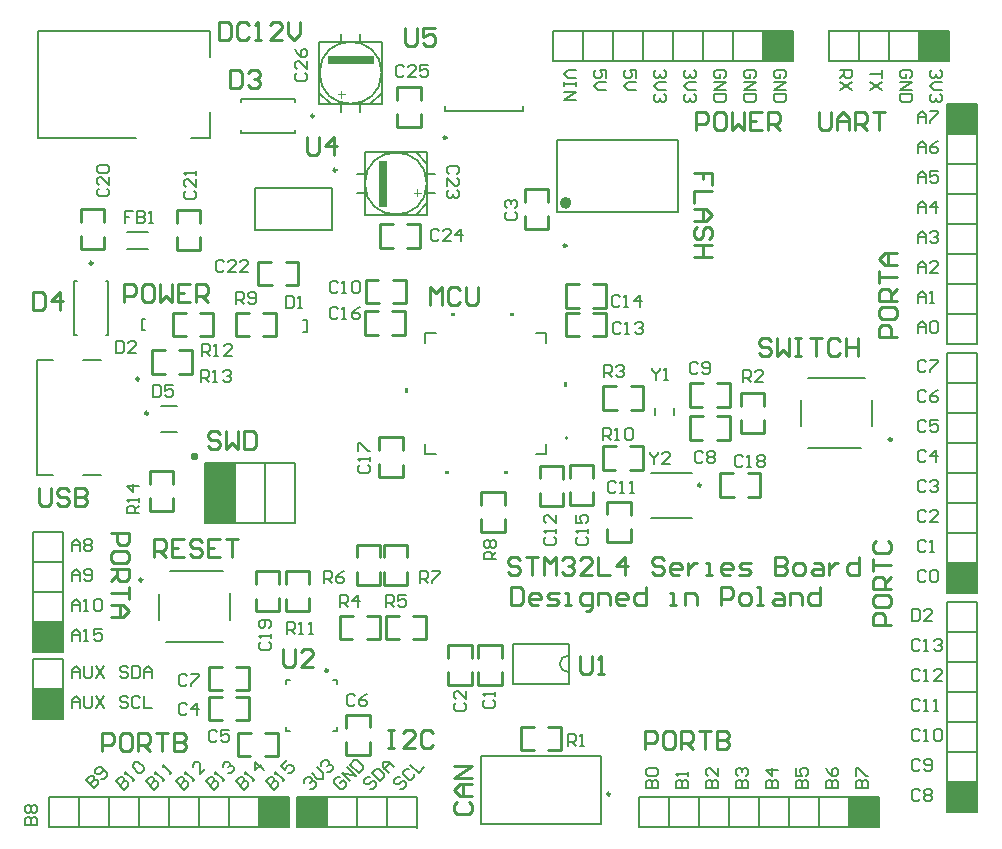
<source format=gto>
G04*
G04 #@! TF.GenerationSoftware,Altium Limited,Altium Designer,23.6.0 (18)*
G04*
G04 Layer_Color=65535*
%FSLAX25Y25*%
%MOIN*%
G70*
G04*
G04 #@! TF.SameCoordinates,CC12AEB3-2111-4EF4-9384-BB861815B030*
G04*
G04*
G04 #@! TF.FilePolarity,Positive*
G04*
G01*
G75*
%ADD10C,0.00600*%
%ADD11C,0.00500*%
%ADD12C,0.00984*%
%ADD13C,0.01968*%
%ADD14C,0.01200*%
%ADD15C,0.01000*%
%ADD16C,0.00800*%
%ADD17C,0.00787*%
%ADD18C,0.00400*%
%ADD19R,0.09962X0.10000*%
%ADD20R,0.10000X0.09962*%
%ADD21R,0.09962X0.10000*%
%ADD22R,0.15748X0.03150*%
%ADD23R,0.03150X0.15748*%
%ADD24R,0.09962X0.10000*%
%ADD25R,0.09962X0.10000*%
G36*
X317955Y297512D02*
X319455D01*
Y296512D01*
X317955D01*
Y297512D01*
D02*
G37*
G36*
X305512Y323734D02*
X304512D01*
Y325234D01*
X305512D01*
Y323734D01*
D02*
G37*
G36*
X319923Y349488D02*
X321423D01*
Y350488D01*
X319923D01*
Y349488D01*
D02*
G37*
G36*
X337640Y297512D02*
X339140D01*
Y296512D01*
X337640D01*
Y297512D01*
D02*
G37*
G36*
X357488Y325703D02*
X358488D01*
Y327203D01*
X357488D01*
Y325703D01*
D02*
G37*
G36*
X339608Y349488D02*
X341108D01*
Y350488D01*
X339608D01*
Y349488D01*
D02*
G37*
D10*
X358772Y308736D02*
G03*
X358772Y308736I-300J0D01*
G01*
X311300Y303300D02*
Y306829D01*
Y343700D02*
X314829D01*
X351700Y340171D02*
Y343700D01*
Y303300D02*
Y306829D01*
X311300Y303300D02*
X314829D01*
X311300Y340171D02*
Y343700D01*
X348171D02*
X351700D01*
X348171Y303300D02*
X351700D01*
X478266Y283932D02*
X477599Y284599D01*
X476266D01*
X475600Y283932D01*
Y281266D01*
X476266Y280600D01*
X477599D01*
X478266Y281266D01*
X482265Y280600D02*
X479599D01*
X482265Y283266D01*
Y283932D01*
X481598Y284599D01*
X480265D01*
X479599Y283932D01*
X475600Y343600D02*
Y346266D01*
X476933Y347599D01*
X478266Y346266D01*
Y343600D01*
Y345599D01*
X475600D01*
X479599Y346932D02*
X480265Y347599D01*
X481598D01*
X482265Y346932D01*
Y344266D01*
X481598Y343600D01*
X480265D01*
X479599Y344266D01*
Y346932D01*
X476266Y210932D02*
X475599Y211599D01*
X474266D01*
X473600Y210932D01*
Y208266D01*
X474266Y207600D01*
X475599D01*
X476266Y208266D01*
X477599Y207600D02*
X478932D01*
X478265D01*
Y211599D01*
X477599Y210932D01*
X480931D02*
X481597Y211599D01*
X482930D01*
X483597Y210932D01*
Y208266D01*
X482930Y207600D01*
X481597D01*
X480931Y208266D01*
Y210932D01*
X476266Y240932D02*
X475599Y241599D01*
X474266D01*
X473600Y240932D01*
Y238266D01*
X474266Y237600D01*
X475599D01*
X476266Y238266D01*
X477599Y237600D02*
X478932D01*
X478265D01*
Y241599D01*
X477599Y240932D01*
X480931D02*
X481597Y241599D01*
X482930D01*
X483597Y240932D01*
Y240266D01*
X482930Y239599D01*
X482264D01*
X482930D01*
X483597Y238933D01*
Y238266D01*
X482930Y237600D01*
X481597D01*
X480931Y238266D01*
X478266Y273932D02*
X477599Y274599D01*
X476266D01*
X475600Y273932D01*
Y271266D01*
X476266Y270600D01*
X477599D01*
X478266Y271266D01*
X479599Y270600D02*
X480932D01*
X480265D01*
Y274599D01*
X479599Y273932D01*
X476266Y220932D02*
X475599Y221599D01*
X474266D01*
X473600Y220932D01*
Y218266D01*
X474266Y217600D01*
X475599D01*
X476266Y218266D01*
X477599Y217600D02*
X478932D01*
X478265D01*
Y221599D01*
X477599Y220932D01*
X480931Y217600D02*
X482264D01*
X481597D01*
Y221599D01*
X480931Y220932D01*
X475600Y413600D02*
Y416266D01*
X476933Y417599D01*
X478266Y416266D01*
Y413600D01*
Y415599D01*
X475600D01*
X479599Y417599D02*
X482265D01*
Y416932D01*
X479599Y414266D01*
Y413600D01*
X476266Y230932D02*
X475599Y231599D01*
X474266D01*
X473600Y230932D01*
Y228266D01*
X474266Y227600D01*
X475599D01*
X476266Y228266D01*
X477599Y227600D02*
X478932D01*
X478265D01*
Y231599D01*
X477599Y230932D01*
X483597Y227600D02*
X480931D01*
X483597Y230266D01*
Y230932D01*
X482930Y231599D01*
X481597D01*
X480931Y230932D01*
X473600Y251599D02*
Y247600D01*
X475599D01*
X476266Y248266D01*
Y250932D01*
X475599Y251599D01*
X473600D01*
X480265Y247600D02*
X477599D01*
X480265Y250266D01*
Y250932D01*
X479598Y251599D01*
X478265D01*
X477599Y250932D01*
X475600Y403600D02*
Y406266D01*
X476933Y407599D01*
X478266Y406266D01*
Y403600D01*
Y405599D01*
X475600D01*
X482265Y407599D02*
X480932Y406932D01*
X479599Y405599D01*
Y404266D01*
X480265Y403600D01*
X481598D01*
X482265Y404266D01*
Y404933D01*
X481598Y405599D01*
X479599D01*
X478266Y303932D02*
X477599Y304599D01*
X476266D01*
X475600Y303932D01*
Y301266D01*
X476266Y300600D01*
X477599D01*
X478266Y301266D01*
X481598Y300600D02*
Y304599D01*
X479599Y302599D01*
X482265D01*
X475600Y353600D02*
Y356266D01*
X476933Y357599D01*
X478266Y356266D01*
Y353600D01*
Y355599D01*
X475600D01*
X479599Y353600D02*
X480932D01*
X480265D01*
Y357599D01*
X479599Y356932D01*
X478266Y293932D02*
X477599Y294599D01*
X476266D01*
X475600Y293932D01*
Y291266D01*
X476266Y290600D01*
X477599D01*
X478266Y291266D01*
X479599Y293932D02*
X480265Y294599D01*
X481598D01*
X482265Y293932D01*
Y293266D01*
X481598Y292599D01*
X480932D01*
X481598D01*
X482265Y291933D01*
Y291266D01*
X481598Y290600D01*
X480265D01*
X479599Y291266D01*
X476266Y200932D02*
X475599Y201599D01*
X474266D01*
X473600Y200932D01*
Y198266D01*
X474266Y197600D01*
X475599D01*
X476266Y198266D01*
X477599D02*
X478265Y197600D01*
X479598D01*
X480265Y198266D01*
Y200932D01*
X479598Y201599D01*
X478265D01*
X477599Y200932D01*
Y200266D01*
X478265Y199599D01*
X480265D01*
X475600Y393600D02*
Y396266D01*
X476933Y397599D01*
X478266Y396266D01*
Y393600D01*
Y395599D01*
X475600D01*
X482265Y397599D02*
X479599D01*
Y395599D01*
X480932Y396266D01*
X481598D01*
X482265Y395599D01*
Y394266D01*
X481598Y393600D01*
X480265D01*
X479599Y394266D01*
X478266Y263932D02*
X477599Y264599D01*
X476266D01*
X475600Y263932D01*
Y261266D01*
X476266Y260600D01*
X477599D01*
X478266Y261266D01*
X479599Y263932D02*
X480265Y264599D01*
X481598D01*
X482265Y263932D01*
Y261266D01*
X481598Y260600D01*
X480265D01*
X479599Y261266D01*
Y263932D01*
X475600Y383600D02*
Y386266D01*
X476933Y387599D01*
X478266Y386266D01*
Y383600D01*
Y385599D01*
X475600D01*
X481598Y383600D02*
Y387599D01*
X479599Y385599D01*
X482265D01*
X475600Y373600D02*
Y376266D01*
X476933Y377599D01*
X478266Y376266D01*
Y373600D01*
Y375599D01*
X475600D01*
X479599Y376932D02*
X480265Y377599D01*
X481598D01*
X482265Y376932D01*
Y376266D01*
X481598Y375599D01*
X480932D01*
X481598D01*
X482265Y374933D01*
Y374266D01*
X481598Y373600D01*
X480265D01*
X479599Y374266D01*
X475600Y363600D02*
Y366266D01*
X476933Y367599D01*
X478266Y366266D01*
Y363600D01*
Y365599D01*
X475600D01*
X482265Y363600D02*
X479599D01*
X482265Y366266D01*
Y366932D01*
X481598Y367599D01*
X480265D01*
X479599Y366932D01*
X478266Y333932D02*
X477599Y334599D01*
X476266D01*
X475600Y333932D01*
Y331266D01*
X476266Y330600D01*
X477599D01*
X478266Y331266D01*
X479599Y334599D02*
X482265D01*
Y333932D01*
X479599Y331266D01*
Y330600D01*
X476266Y190932D02*
X475599Y191599D01*
X474266D01*
X473600Y190932D01*
Y188267D01*
X474266Y187600D01*
X475599D01*
X476266Y188267D01*
X477599Y190932D02*
X478265Y191599D01*
X479598D01*
X480265Y190932D01*
Y190266D01*
X479598Y189599D01*
X480265Y188933D01*
Y188267D01*
X479598Y187600D01*
X478265D01*
X477599Y188267D01*
Y188933D01*
X478265Y189599D01*
X477599Y190266D01*
Y190932D01*
X478265Y189599D02*
X479598D01*
X478266Y323932D02*
X477599Y324599D01*
X476266D01*
X475600Y323932D01*
Y321266D01*
X476266Y320600D01*
X477599D01*
X478266Y321266D01*
X482265Y324599D02*
X480932Y323932D01*
X479599Y322599D01*
Y321266D01*
X480265Y320600D01*
X481598D01*
X482265Y321266D01*
Y321933D01*
X481598Y322599D01*
X479599D01*
X478266Y313932D02*
X477599Y314599D01*
X476266D01*
X475600Y313932D01*
Y311266D01*
X476266Y310600D01*
X477599D01*
X478266Y311266D01*
X482265Y314599D02*
X479599D01*
Y312599D01*
X480932Y313266D01*
X481598D01*
X482265Y312599D01*
Y311266D01*
X481598Y310600D01*
X480265D01*
X479599Y311266D01*
X177901Y179600D02*
X181900D01*
Y181599D01*
X181234Y182266D01*
X180567D01*
X179901Y181599D01*
Y179600D01*
Y181599D01*
X179234Y182266D01*
X178568D01*
X177901Y181599D01*
Y179600D01*
X178568Y183599D02*
X177901Y184265D01*
Y185598D01*
X178568Y186265D01*
X179234D01*
X179901Y185598D01*
X180567Y186265D01*
X181234D01*
X181900Y185598D01*
Y184265D01*
X181234Y183599D01*
X180567D01*
X179901Y184265D01*
X179234Y183599D01*
X178568D01*
X179901Y184265D02*
Y185598D01*
X248172Y194176D02*
X251000Y191349D01*
X252414Y192762D01*
Y193705D01*
X251942Y194176D01*
X251000D01*
X249586Y192762D01*
X251000Y194176D01*
Y195118D01*
X250529Y195590D01*
X249586D01*
X248172Y194176D01*
X253828D02*
X254770Y195119D01*
X254299Y194647D01*
X251471Y197475D01*
Y196532D01*
X257597Y197946D02*
X254770Y200774D01*
Y197946D01*
X256655Y199831D01*
X258172Y194176D02*
X261000Y191349D01*
X262414Y192762D01*
Y193705D01*
X261943Y194176D01*
X261000D01*
X259586Y192762D01*
X261000Y194176D01*
Y195118D01*
X260529Y195590D01*
X259586D01*
X258172Y194176D01*
X263827D02*
X264770Y195119D01*
X264299Y194647D01*
X261471Y197475D01*
Y196532D01*
X265241Y201245D02*
X263356Y199360D01*
X264770Y197946D01*
X265241Y199360D01*
X265712Y199831D01*
X266655D01*
X267598Y198889D01*
Y197946D01*
X266655Y197004D01*
X265712D01*
X303029Y195590D02*
X302086D01*
X301144Y194647D01*
Y193705D01*
X301615Y193234D01*
X302557D01*
X303500Y194176D01*
X304443D01*
X304914Y193705D01*
Y192762D01*
X303971Y191820D01*
X303029D01*
X305856Y198417D02*
X304914D01*
X303971Y197475D01*
Y196532D01*
X305856Y194647D01*
X306799D01*
X307741Y195590D01*
Y196532D01*
X306328Y199831D02*
X309155Y197004D01*
X311040Y198889D01*
X293029Y195590D02*
X292086D01*
X291144Y194647D01*
Y193705D01*
X291615Y193234D01*
X292558D01*
X293500Y194176D01*
X294443D01*
X294914Y193705D01*
Y192762D01*
X293971Y191820D01*
X293029D01*
X293500Y197004D02*
X296327Y194176D01*
X297741Y195590D01*
Y196532D01*
X295856Y198417D01*
X294914D01*
X293500Y197004D01*
X299155D02*
X297270Y198889D01*
Y200774D01*
X299155Y200774D01*
X301040Y198889D01*
X299626Y200302D01*
X297741Y198417D01*
X283029Y195590D02*
X282086D01*
X281144Y194647D01*
Y193705D01*
X283029Y191820D01*
X283971D01*
X284914Y192762D01*
Y193705D01*
X283971Y194647D01*
X283029Y193705D01*
X286328Y194176D02*
X283500Y197004D01*
X288212Y196061D01*
X285385Y198889D01*
X286328Y199831D02*
X289155Y197004D01*
X290569Y198417D01*
Y199360D01*
X288684Y201245D01*
X287741D01*
X286328Y199831D01*
X271144Y193705D02*
Y194647D01*
X272086Y195590D01*
X273029D01*
X273500Y195119D01*
Y194176D01*
X273029Y193705D01*
X273500Y194176D01*
X274443D01*
X274914Y193705D01*
Y192762D01*
X273971Y191820D01*
X273029D01*
X273500Y197004D02*
X275385Y195119D01*
X277270D01*
Y197004D01*
X275385Y198889D01*
X276799Y199360D02*
Y200302D01*
X277741Y201245D01*
X278684D01*
X279155Y200774D01*
Y199831D01*
X278684Y199360D01*
X279155Y199831D01*
X280098D01*
X280569Y199360D01*
Y198417D01*
X279626Y197475D01*
X278684D01*
X238173Y194176D02*
X241000Y191349D01*
X242414Y192762D01*
Y193705D01*
X241943Y194176D01*
X241000D01*
X239586Y192762D01*
X241000Y194176D01*
Y195118D01*
X240529Y195590D01*
X239586D01*
X238173Y194176D01*
X243828D02*
X244770Y195119D01*
X244299Y194647D01*
X241471Y197475D01*
Y196532D01*
X243828Y198889D02*
Y199831D01*
X244770Y200774D01*
X245712D01*
X246184Y200302D01*
Y199360D01*
X245712Y198889D01*
X246184Y199360D01*
X247126D01*
X247598Y198889D01*
Y197946D01*
X246655Y197004D01*
X245712D01*
X228172Y194176D02*
X231000Y191349D01*
X232414Y192762D01*
Y193705D01*
X231943Y194176D01*
X231000D01*
X229586Y192762D01*
X231000Y194176D01*
Y195118D01*
X230529Y195590D01*
X229586D01*
X228172Y194176D01*
X233827D02*
X234770Y195119D01*
X234299Y194647D01*
X231471Y197475D01*
Y196532D01*
X238069Y198417D02*
X236184Y196532D01*
Y200302D01*
X235713Y200774D01*
X234770D01*
X233827Y199831D01*
Y198889D01*
X218173Y194176D02*
X221000Y191349D01*
X222414Y192762D01*
Y193705D01*
X221942Y194176D01*
X221000D01*
X219586Y192762D01*
X221000Y194176D01*
Y195118D01*
X220529Y195590D01*
X219586D01*
X218173Y194176D01*
X223828D02*
X224770Y195119D01*
X224299Y194647D01*
X221471Y197475D01*
Y196532D01*
X226184D02*
X227126Y197475D01*
X226655Y197004D01*
X223828Y199831D01*
Y198889D01*
X208172Y194176D02*
X211000Y191349D01*
X212414Y192762D01*
Y193705D01*
X211943Y194176D01*
X211000D01*
X209586Y192762D01*
X211000Y194176D01*
Y195118D01*
X210529Y195590D01*
X209586D01*
X208172Y194176D01*
X213827D02*
X214770Y195119D01*
X214299Y194647D01*
X211471Y197475D01*
Y196532D01*
X213827Y198889D02*
Y199831D01*
X214770Y200774D01*
X215712D01*
X217598Y198889D01*
Y197946D01*
X216655Y197004D01*
X215712D01*
X213827Y198889D01*
X198172Y194676D02*
X201000Y191849D01*
X202414Y193262D01*
Y194205D01*
X201942Y194676D01*
X201000D01*
X199586Y193262D01*
X201000Y194676D01*
Y195618D01*
X200529Y196090D01*
X199586D01*
X198172Y194676D01*
X203356Y195147D02*
X204299D01*
X205241Y196090D01*
Y197032D01*
X203356Y198917D01*
X202414D01*
X201471Y197975D01*
Y197032D01*
X201942Y196561D01*
X202885D01*
X204299Y197975D01*
X193600Y218600D02*
Y221266D01*
X194933Y222599D01*
X196266Y221266D01*
Y218600D01*
Y220599D01*
X193600D01*
X197599Y222599D02*
Y219266D01*
X198265Y218600D01*
X199598D01*
X200264Y219266D01*
Y222599D01*
X201597D02*
X204263Y218600D01*
Y222599D02*
X201597Y218600D01*
X212261Y221932D02*
X211594Y222599D01*
X210261D01*
X209595Y221932D01*
Y221266D01*
X210261Y220599D01*
X211594D01*
X212261Y219933D01*
Y219266D01*
X211594Y218600D01*
X210261D01*
X209595Y219266D01*
X216259Y221932D02*
X215593Y222599D01*
X214260D01*
X213593Y221932D01*
Y219266D01*
X214260Y218600D01*
X215593D01*
X216259Y219266D01*
X217592Y222599D02*
Y218600D01*
X220258D01*
X193600Y228600D02*
Y231266D01*
X194933Y232599D01*
X196266Y231266D01*
Y228600D01*
Y230599D01*
X193600D01*
X197599Y232599D02*
Y229266D01*
X198265Y228600D01*
X199598D01*
X200264Y229266D01*
Y232599D01*
X201597D02*
X204263Y228600D01*
Y232599D02*
X201597Y228600D01*
X212261Y231932D02*
X211594Y232599D01*
X210261D01*
X209595Y231932D01*
Y231266D01*
X210261Y230599D01*
X211594D01*
X212261Y229933D01*
Y229266D01*
X211594Y228600D01*
X210261D01*
X209595Y229266D01*
X213593Y232599D02*
Y228600D01*
X215593D01*
X216259Y229266D01*
Y231932D01*
X215593Y232599D01*
X213593D01*
X217592Y228600D02*
Y231266D01*
X218925Y232599D01*
X220258Y231266D01*
Y228600D01*
Y230599D01*
X217592D01*
X193600Y241100D02*
Y243766D01*
X194933Y245099D01*
X196266Y243766D01*
Y241100D01*
Y243099D01*
X193600D01*
X197599Y241100D02*
X198932D01*
X198265D01*
Y245099D01*
X197599Y244432D01*
X203597Y245099D02*
X200931D01*
Y243099D01*
X202264Y243766D01*
X202930D01*
X203597Y243099D01*
Y241766D01*
X202930Y241100D01*
X201597D01*
X200931Y241766D01*
X193600Y251100D02*
Y253766D01*
X194933Y255099D01*
X196266Y253766D01*
Y251100D01*
Y253099D01*
X193600D01*
X197599Y251100D02*
X198932D01*
X198265D01*
Y255099D01*
X197599Y254432D01*
X200931D02*
X201597Y255099D01*
X202930D01*
X203597Y254432D01*
Y251766D01*
X202930Y251100D01*
X201597D01*
X200931Y251766D01*
Y254432D01*
X193600Y261100D02*
Y263766D01*
X194933Y265099D01*
X196266Y263766D01*
Y261100D01*
Y263099D01*
X193600D01*
X197599Y261766D02*
X198265Y261100D01*
X199598D01*
X200264Y261766D01*
Y264432D01*
X199598Y265099D01*
X198265D01*
X197599Y264432D01*
Y263766D01*
X198265Y263099D01*
X200264D01*
X193600Y271100D02*
Y273766D01*
X194933Y275099D01*
X196266Y273766D01*
Y271100D01*
Y273099D01*
X193600D01*
X197599Y274432D02*
X198265Y275099D01*
X199598D01*
X200264Y274432D01*
Y273766D01*
X199598Y273099D01*
X200264Y272433D01*
Y271766D01*
X199598Y271100D01*
X198265D01*
X197599Y271766D01*
Y272433D01*
X198265Y273099D01*
X197599Y273766D01*
Y274432D01*
X198265Y273099D02*
X199598D01*
X454901Y192009D02*
X458900D01*
Y194009D01*
X458234Y194675D01*
X457567D01*
X456901Y194009D01*
Y192009D01*
Y194009D01*
X456234Y194675D01*
X455568D01*
X454901Y194009D01*
Y192009D01*
Y196008D02*
Y198674D01*
X455568D01*
X458234Y196008D01*
X458900D01*
X444901Y192009D02*
X448900D01*
Y194009D01*
X448234Y194675D01*
X447567D01*
X446901Y194009D01*
Y192009D01*
Y194009D01*
X446234Y194675D01*
X445568D01*
X444901Y194009D01*
Y192009D01*
Y198674D02*
X445568Y197341D01*
X446901Y196008D01*
X448234D01*
X448900Y196675D01*
Y198007D01*
X448234Y198674D01*
X447567D01*
X446901Y198007D01*
Y196008D01*
X434901Y192009D02*
X438900D01*
Y194009D01*
X438234Y194675D01*
X437567D01*
X436901Y194009D01*
Y192009D01*
Y194009D01*
X436234Y194675D01*
X435568D01*
X434901Y194009D01*
Y192009D01*
Y198674D02*
Y196008D01*
X436901D01*
X436234Y197341D01*
Y198007D01*
X436901Y198674D01*
X438234D01*
X438900Y198007D01*
Y196675D01*
X438234Y196008D01*
X424901Y192009D02*
X428900D01*
Y194009D01*
X428234Y194675D01*
X427567D01*
X426901Y194009D01*
Y192009D01*
Y194009D01*
X426234Y194675D01*
X425568D01*
X424901Y194009D01*
Y192009D01*
X428900Y198007D02*
X424901D01*
X426901Y196008D01*
Y198674D01*
X414901Y192009D02*
X418900D01*
Y194009D01*
X418234Y194675D01*
X417567D01*
X416901Y194009D01*
Y192009D01*
Y194009D01*
X416234Y194675D01*
X415568D01*
X414901Y194009D01*
Y192009D01*
X415568Y196008D02*
X414901Y196675D01*
Y198007D01*
X415568Y198674D01*
X416234D01*
X416901Y198007D01*
Y197341D01*
Y198007D01*
X417567Y198674D01*
X418234D01*
X418900Y198007D01*
Y196675D01*
X418234Y196008D01*
X404901Y192009D02*
X408900D01*
Y194009D01*
X408234Y194675D01*
X407567D01*
X406901Y194009D01*
Y192009D01*
Y194009D01*
X406234Y194675D01*
X405568D01*
X404901Y194009D01*
Y192009D01*
X408900Y198674D02*
Y196008D01*
X406234Y198674D01*
X405568D01*
X404901Y198007D01*
Y196675D01*
X405568Y196008D01*
X394901Y192009D02*
X398900D01*
Y194009D01*
X398234Y194675D01*
X397567D01*
X396901Y194009D01*
Y192009D01*
Y194009D01*
X396234Y194675D01*
X395568D01*
X394901Y194009D01*
Y192009D01*
X398900Y196008D02*
Y197341D01*
Y196675D01*
X394901D01*
X395568Y196008D01*
X384901Y192009D02*
X388900D01*
Y194009D01*
X388234Y194675D01*
X387567D01*
X386901Y194009D01*
Y192009D01*
Y194009D01*
X386234Y194675D01*
X385568D01*
X384901Y194009D01*
Y192009D01*
X385568Y196008D02*
X384901Y196675D01*
Y198007D01*
X385568Y198674D01*
X388234D01*
X388900Y198007D01*
Y196675D01*
X388234Y196008D01*
X385568D01*
X449600Y431400D02*
X453599D01*
Y429401D01*
X452932Y428734D01*
X451599D01*
X450933Y429401D01*
Y431400D01*
Y430067D02*
X449600Y428734D01*
X453599Y427401D02*
X449600Y424735D01*
X453599D02*
X449600Y427401D01*
X463599Y431400D02*
Y428734D01*
Y430067D01*
X459600D01*
X463599Y427401D02*
X459600Y424735D01*
X463599D02*
X459600Y427401D01*
X482932Y431400D02*
X483599Y430734D01*
Y429401D01*
X482932Y428734D01*
X482266D01*
X481599Y429401D01*
Y430067D01*
Y429401D01*
X480933Y428734D01*
X480266D01*
X479600Y429401D01*
Y430734D01*
X480266Y431400D01*
X483599Y427401D02*
X480933D01*
X479600Y426068D01*
X480933Y424735D01*
X483599D01*
X482932Y423403D02*
X483599Y422736D01*
Y421403D01*
X482932Y420737D01*
X482266D01*
X481599Y421403D01*
Y422070D01*
Y421403D01*
X480933Y420737D01*
X480266D01*
X479600Y421403D01*
Y422736D01*
X480266Y423403D01*
X472932Y428734D02*
X473599Y429401D01*
Y430734D01*
X472932Y431400D01*
X470266D01*
X469600Y430734D01*
Y429401D01*
X470266Y428734D01*
X471599D01*
Y430067D01*
X469600Y427401D02*
X473599D01*
X469600Y424735D01*
X473599D01*
Y423403D02*
X469600D01*
Y421403D01*
X470266Y420737D01*
X472932D01*
X473599Y421403D01*
Y423403D01*
X430932Y428734D02*
X431599Y429401D01*
Y430734D01*
X430932Y431400D01*
X428266D01*
X427600Y430734D01*
Y429401D01*
X428266Y428734D01*
X429599D01*
Y430067D01*
X427600Y427401D02*
X431599D01*
X427600Y424735D01*
X431599D01*
Y423403D02*
X427600D01*
Y421403D01*
X428266Y420737D01*
X430932D01*
X431599Y421403D01*
Y423403D01*
X381599Y428734D02*
Y431400D01*
X379599D01*
X380266Y430067D01*
Y429401D01*
X379599Y428734D01*
X378266D01*
X377600Y429401D01*
Y430734D01*
X378266Y431400D01*
X381599Y427401D02*
X378933D01*
X377600Y426068D01*
X378933Y424735D01*
X381599D01*
X371599Y428734D02*
Y431400D01*
X369599D01*
X370266Y430067D01*
Y429401D01*
X369599Y428734D01*
X368266D01*
X367600Y429401D01*
Y430734D01*
X368266Y431400D01*
X371599Y427401D02*
X368933D01*
X367600Y426068D01*
X368933Y424735D01*
X371599D01*
X361599Y431400D02*
X358933D01*
X357600Y430067D01*
X358933Y428734D01*
X361599D01*
Y427401D02*
Y426068D01*
Y426735D01*
X357600D01*
Y427401D01*
Y426068D01*
Y424069D02*
X361599D01*
X357600Y421403D01*
X361599D01*
X390932Y431400D02*
X391599Y430734D01*
Y429401D01*
X390932Y428734D01*
X390266D01*
X389599Y429401D01*
Y430067D01*
Y429401D01*
X388933Y428734D01*
X388266D01*
X387600Y429401D01*
Y430734D01*
X388266Y431400D01*
X391599Y427401D02*
X388933D01*
X387600Y426068D01*
X388933Y424735D01*
X391599D01*
X390932Y423403D02*
X391599Y422736D01*
Y421403D01*
X390932Y420737D01*
X390266D01*
X389599Y421403D01*
Y422070D01*
Y421403D01*
X388933Y420737D01*
X388266D01*
X387600Y421403D01*
Y422736D01*
X388266Y423403D01*
X400932Y431400D02*
X401599Y430734D01*
Y429401D01*
X400932Y428734D01*
X400266D01*
X399599Y429401D01*
Y430067D01*
Y429401D01*
X398933Y428734D01*
X398266D01*
X397600Y429401D01*
Y430734D01*
X398266Y431400D01*
X401599Y427401D02*
X398933D01*
X397600Y426068D01*
X398933Y424735D01*
X401599D01*
X400932Y423403D02*
X401599Y422736D01*
Y421403D01*
X400932Y420737D01*
X400266D01*
X399599Y421403D01*
Y422070D01*
Y421403D01*
X398933Y420737D01*
X398266D01*
X397600Y421403D01*
Y422736D01*
X398266Y423403D01*
X410932Y428734D02*
X411599Y429401D01*
Y430734D01*
X410932Y431400D01*
X408266D01*
X407600Y430734D01*
Y429401D01*
X408266Y428734D01*
X409599D01*
Y430067D01*
X407600Y427401D02*
X411599D01*
X407600Y424735D01*
X411599D01*
Y423403D02*
X407600D01*
Y421403D01*
X408266Y420737D01*
X410932D01*
X411599Y421403D01*
Y423403D01*
X420932Y428734D02*
X421599Y429401D01*
Y430734D01*
X420932Y431400D01*
X418266D01*
X417600Y430734D01*
Y429401D01*
X418266Y428734D01*
X419599D01*
Y430067D01*
X417600Y427401D02*
X421599D01*
X417600Y424735D01*
X421599D01*
Y423403D02*
X417600D01*
Y421403D01*
X418266Y420737D01*
X420932D01*
X421599Y421403D01*
Y423403D01*
X220668Y326499D02*
Y322501D01*
X222667D01*
X223334Y323167D01*
Y325833D01*
X222667Y326499D01*
X220668D01*
X227332D02*
X224667D01*
Y324500D01*
X225999Y325166D01*
X226666D01*
X227332Y324500D01*
Y323167D01*
X226666Y322501D01*
X225333D01*
X224667Y323167D01*
X386200Y303899D02*
Y303232D01*
X387533Y301899D01*
X388866Y303232D01*
Y303899D01*
X387533Y301899D02*
Y299900D01*
X392864D02*
X390199D01*
X392864Y302566D01*
Y303232D01*
X392198Y303899D01*
X390865D01*
X390199Y303232D01*
X387100Y331999D02*
Y331332D01*
X388433Y329999D01*
X389766Y331332D01*
Y331999D01*
X388433Y329999D02*
Y328000D01*
X391099D02*
X392432D01*
X391765D01*
Y331999D01*
X391099Y331332D01*
X215999Y283502D02*
X212001D01*
Y285501D01*
X212667Y286167D01*
X214000D01*
X214666Y285501D01*
Y283502D01*
Y284835D02*
X215999Y286167D01*
Y287500D02*
Y288833D01*
Y288167D01*
X212001D01*
X212667Y287500D01*
X215999Y292832D02*
X212001D01*
X214000Y290833D01*
Y293498D01*
X236502Y327501D02*
Y331499D01*
X238501D01*
X239167Y330833D01*
Y329500D01*
X238501Y328834D01*
X236502D01*
X237835D02*
X239167Y327501D01*
X240500D02*
X241833D01*
X241167D01*
Y331499D01*
X240500Y330833D01*
X243833D02*
X244499Y331499D01*
X245832D01*
X246498Y330833D01*
Y330166D01*
X245832Y329500D01*
X245165D01*
X245832D01*
X246498Y328834D01*
Y328167D01*
X245832Y327501D01*
X244499D01*
X243833Y328167D01*
X237002Y336001D02*
Y339999D01*
X239001D01*
X239667Y339333D01*
Y338000D01*
X239001Y337334D01*
X237002D01*
X238334D02*
X239667Y336001D01*
X241000D02*
X242333D01*
X241667D01*
Y339999D01*
X241000Y339333D01*
X246998Y336001D02*
X244333D01*
X246998Y338666D01*
Y339333D01*
X246332Y339999D01*
X244999D01*
X244333Y339333D01*
X265168Y243501D02*
Y247499D01*
X267167D01*
X267834Y246833D01*
Y245500D01*
X267167Y244834D01*
X265168D01*
X266501D02*
X267834Y243501D01*
X269167D02*
X270500D01*
X269833D01*
Y247499D01*
X269167Y246833D01*
X272499Y243501D02*
X273832D01*
X273165D01*
Y247499D01*
X272499Y246833D01*
X370502Y308001D02*
Y311999D01*
X372501D01*
X373167Y311333D01*
Y310000D01*
X372501Y309334D01*
X370502D01*
X371834D02*
X373167Y308001D01*
X374500D02*
X375833D01*
X375167D01*
Y311999D01*
X374500Y311333D01*
X377833D02*
X378499Y311999D01*
X379832D01*
X380498Y311333D01*
Y308667D01*
X379832Y308001D01*
X378499D01*
X377833Y308667D01*
Y311333D01*
X248400Y353500D02*
Y357499D01*
X250399D01*
X251066Y356832D01*
Y355499D01*
X250399Y354833D01*
X248400D01*
X249733D02*
X251066Y353500D01*
X252399Y354166D02*
X253065Y353500D01*
X254398D01*
X255065Y354166D01*
Y356832D01*
X254398Y357499D01*
X253065D01*
X252399Y356832D01*
Y356166D01*
X253065Y355499D01*
X255065D01*
X334999Y268168D02*
X331001D01*
Y270167D01*
X331667Y270834D01*
X333000D01*
X333666Y270167D01*
Y268168D01*
Y269501D02*
X334999Y270834D01*
X331667Y272166D02*
X331001Y272833D01*
Y274166D01*
X331667Y274832D01*
X332334D01*
X333000Y274166D01*
X333666Y274832D01*
X334333D01*
X334999Y274166D01*
Y272833D01*
X334333Y272166D01*
X333666D01*
X333000Y272833D01*
X332334Y272166D01*
X331667D01*
X333000Y272833D02*
Y274166D01*
X309668Y260501D02*
Y264499D01*
X311667D01*
X312334Y263833D01*
Y262500D01*
X311667Y261834D01*
X309668D01*
X311001D02*
X312334Y260501D01*
X313667Y264499D02*
X316332D01*
Y263833D01*
X313667Y261167D01*
Y260501D01*
X277668D02*
Y264499D01*
X279667D01*
X280334Y263833D01*
Y262500D01*
X279667Y261834D01*
X277668D01*
X279001D02*
X280334Y260501D01*
X284332Y264499D02*
X282999Y263833D01*
X281666Y262500D01*
Y261167D01*
X282333Y260501D01*
X283666D01*
X284332Y261167D01*
Y261834D01*
X283666Y262500D01*
X281666D01*
X298400Y252500D02*
Y256499D01*
X300399D01*
X301066Y255832D01*
Y254499D01*
X300399Y253833D01*
X298400D01*
X299733D02*
X301066Y252500D01*
X305065Y256499D02*
X302399D01*
Y254499D01*
X303732Y255166D01*
X304398D01*
X305065Y254499D01*
Y253166D01*
X304398Y252500D01*
X303065D01*
X302399Y253166D01*
X283000Y252500D02*
Y256499D01*
X284999D01*
X285666Y255832D01*
Y254499D01*
X284999Y253833D01*
X283000D01*
X284333D02*
X285666Y252500D01*
X288998D02*
Y256499D01*
X286999Y254499D01*
X289665D01*
X370900Y329000D02*
Y332999D01*
X372899D01*
X373566Y332332D01*
Y330999D01*
X372899Y330333D01*
X370900D01*
X372233D02*
X373566Y329000D01*
X374899Y332332D02*
X375565Y332999D01*
X376898D01*
X377565Y332332D01*
Y331666D01*
X376898Y330999D01*
X376232D01*
X376898D01*
X377565Y330333D01*
Y329666D01*
X376898Y329000D01*
X375565D01*
X374899Y329666D01*
X417168Y327501D02*
Y331499D01*
X419167D01*
X419834Y330833D01*
Y329500D01*
X419167Y328834D01*
X417168D01*
X418501D02*
X419834Y327501D01*
X423832D02*
X421167D01*
X423832Y330166D01*
Y330833D01*
X423166Y331499D01*
X421833D01*
X421167Y330833D01*
X358834Y206001D02*
Y209999D01*
X360834D01*
X361500Y209333D01*
Y208000D01*
X360834Y207334D01*
X358834D01*
X360167D02*
X361500Y206001D01*
X362833D02*
X364166D01*
X363499D01*
Y209999D01*
X362833Y209333D01*
X214066Y384299D02*
X211400D01*
Y382299D01*
X212733D01*
X211400D01*
Y380300D01*
X215399Y384299D02*
Y380300D01*
X217398D01*
X218064Y380966D01*
Y381633D01*
X217398Y382299D01*
X215399D01*
X217398D01*
X218064Y382966D01*
Y383632D01*
X217398Y384299D01*
X215399D01*
X219397Y380300D02*
X220730D01*
X220064D01*
Y384299D01*
X219397Y383632D01*
X208168Y340999D02*
Y337001D01*
X210167D01*
X210834Y337667D01*
Y340333D01*
X210167Y340999D01*
X208168D01*
X214832Y337001D02*
X212167D01*
X214832Y339666D01*
Y340333D01*
X214166Y340999D01*
X212833D01*
X212167Y340333D01*
X265000Y356099D02*
Y352100D01*
X266999D01*
X267666Y352766D01*
Y355432D01*
X266999Y356099D01*
X265000D01*
X268999Y352100D02*
X270332D01*
X269665D01*
Y356099D01*
X268999Y355432D01*
X268667Y430334D02*
X268001Y429668D01*
Y428335D01*
X268667Y427668D01*
X271333D01*
X271999Y428335D01*
Y429668D01*
X271333Y430334D01*
X271999Y434333D02*
Y431667D01*
X269334Y434333D01*
X268667D01*
X268001Y433666D01*
Y432334D01*
X268667Y431667D01*
X268001Y438332D02*
X268667Y436999D01*
X270000Y435666D01*
X271333D01*
X271999Y436332D01*
Y437665D01*
X271333Y438332D01*
X270666D01*
X270000Y437665D01*
Y435666D01*
X304334Y432333D02*
X303668Y432999D01*
X302335D01*
X301668Y432333D01*
Y429667D01*
X302335Y429001D01*
X303668D01*
X304334Y429667D01*
X308333Y429001D02*
X305667D01*
X308333Y431666D01*
Y432333D01*
X307666Y432999D01*
X306334D01*
X305667Y432333D01*
X312332Y432999D02*
X309666D01*
Y431000D01*
X310999Y431666D01*
X311665D01*
X312332Y431000D01*
Y429667D01*
X311665Y429001D01*
X310332D01*
X309666Y429667D01*
X315834Y377833D02*
X315168Y378499D01*
X313835D01*
X313168Y377833D01*
Y375167D01*
X313835Y374501D01*
X315168D01*
X315834Y375167D01*
X319833Y374501D02*
X317167D01*
X319833Y377166D01*
Y377833D01*
X319166Y378499D01*
X317834D01*
X317167Y377833D01*
X323165Y374501D02*
Y378499D01*
X321166Y376500D01*
X323832D01*
X321833Y396666D02*
X322499Y397332D01*
Y398665D01*
X321833Y399332D01*
X319167D01*
X318501Y398665D01*
Y397332D01*
X319167Y396666D01*
X318501Y392667D02*
Y395333D01*
X321166Y392667D01*
X321833D01*
X322499Y393334D01*
Y394666D01*
X321833Y395333D01*
Y391334D02*
X322499Y390668D01*
Y389335D01*
X321833Y388668D01*
X321166D01*
X320500Y389335D01*
Y390001D01*
Y389335D01*
X319834Y388668D01*
X319167D01*
X318501Y389335D01*
Y390668D01*
X319167Y391334D01*
X244334Y367333D02*
X243668Y367999D01*
X242335D01*
X241668Y367333D01*
Y364667D01*
X242335Y364001D01*
X243668D01*
X244334Y364667D01*
X248333Y364001D02*
X245667D01*
X248333Y366666D01*
Y367333D01*
X247666Y367999D01*
X246334D01*
X245667Y367333D01*
X252332Y364001D02*
X249666D01*
X252332Y366666D01*
Y367333D01*
X251665Y367999D01*
X250332D01*
X249666Y367333D01*
X231667Y391001D02*
X231001Y390334D01*
Y389001D01*
X231667Y388335D01*
X234333D01*
X234999Y389001D01*
Y390334D01*
X234333Y391001D01*
X234999Y394999D02*
Y392334D01*
X232334Y394999D01*
X231667D01*
X231001Y394333D01*
Y393000D01*
X231667Y392334D01*
X234999Y396332D02*
Y397665D01*
Y396999D01*
X231001D01*
X231667Y396332D01*
X202667Y391834D02*
X202001Y391168D01*
Y389835D01*
X202667Y389168D01*
X205333D01*
X205999Y389835D01*
Y391168D01*
X205333Y391834D01*
X205999Y395833D02*
Y393167D01*
X203333Y395833D01*
X202667D01*
X202001Y395166D01*
Y393834D01*
X202667Y393167D01*
Y397166D02*
X202001Y397832D01*
Y399165D01*
X202667Y399832D01*
X205333D01*
X205999Y399165D01*
Y397832D01*
X205333Y397166D01*
X202667D01*
X256667Y240667D02*
X256001Y240001D01*
Y238668D01*
X256667Y238002D01*
X259333D01*
X259999Y238668D01*
Y240001D01*
X259333Y240667D01*
X259999Y242000D02*
Y243333D01*
Y242667D01*
X256001D01*
X256667Y242000D01*
X259333Y245333D02*
X259999Y245999D01*
Y247332D01*
X259333Y247998D01*
X256667D01*
X256001Y247332D01*
Y245999D01*
X256667Y245333D01*
X257334D01*
X258000Y245999D01*
Y247998D01*
X417167Y302333D02*
X416501Y302999D01*
X415168D01*
X414502Y302333D01*
Y299667D01*
X415168Y299001D01*
X416501D01*
X417167Y299667D01*
X418500Y299001D02*
X419833D01*
X419167D01*
Y302999D01*
X418500Y302333D01*
X421833D02*
X422499Y302999D01*
X423832D01*
X424498Y302333D01*
Y301666D01*
X423832Y301000D01*
X424498Y300334D01*
Y299667D01*
X423832Y299001D01*
X422499D01*
X421833Y299667D01*
Y300334D01*
X422499Y301000D01*
X421833Y301666D01*
Y302333D01*
X422499Y301000D02*
X423832D01*
X289667Y299667D02*
X289001Y299001D01*
Y297668D01*
X289667Y297002D01*
X292333D01*
X292999Y297668D01*
Y299001D01*
X292333Y299667D01*
X292999Y301000D02*
Y302333D01*
Y301667D01*
X289001D01*
X289667Y301000D01*
X289001Y304333D02*
Y306998D01*
X289667D01*
X292333Y304333D01*
X292999D01*
X282167Y351833D02*
X281501Y352499D01*
X280168D01*
X279502Y351833D01*
Y349167D01*
X280168Y348501D01*
X281501D01*
X282167Y349167D01*
X283500Y348501D02*
X284833D01*
X284167D01*
Y352499D01*
X283500Y351833D01*
X289498Y352499D02*
X288165Y351833D01*
X286833Y350500D01*
Y349167D01*
X287499Y348501D01*
X288832D01*
X289498Y349167D01*
Y349834D01*
X288832Y350500D01*
X286833D01*
X362167Y275667D02*
X361501Y275001D01*
Y273668D01*
X362167Y273002D01*
X364833D01*
X365499Y273668D01*
Y275001D01*
X364833Y275667D01*
X365499Y277000D02*
Y278333D01*
Y277667D01*
X361501D01*
X362167Y277000D01*
X361501Y282998D02*
Y280333D01*
X363500D01*
X362834Y281665D01*
Y282332D01*
X363500Y282998D01*
X364833D01*
X365499Y282332D01*
Y280999D01*
X364833Y280333D01*
X376167Y355833D02*
X375501Y356499D01*
X374168D01*
X373502Y355833D01*
Y353167D01*
X374168Y352501D01*
X375501D01*
X376167Y353167D01*
X377500Y352501D02*
X378833D01*
X378167D01*
Y356499D01*
X377500Y355833D01*
X382832Y352501D02*
Y356499D01*
X380833Y354500D01*
X383498D01*
X376667Y346833D02*
X376001Y347499D01*
X374668D01*
X374002Y346833D01*
Y344167D01*
X374668Y343501D01*
X376001D01*
X376667Y344167D01*
X378000Y343501D02*
X379333D01*
X378667D01*
Y347499D01*
X378000Y346833D01*
X381333D02*
X381999Y347499D01*
X383332D01*
X383998Y346833D01*
Y346166D01*
X383332Y345500D01*
X382665D01*
X383332D01*
X383998Y344834D01*
Y344167D01*
X383332Y343501D01*
X381999D01*
X381333Y344167D01*
X351667Y275667D02*
X351001Y275001D01*
Y273668D01*
X351667Y273002D01*
X354333D01*
X354999Y273668D01*
Y275001D01*
X354333Y275667D01*
X354999Y277000D02*
Y278333D01*
Y277667D01*
X351001D01*
X351667Y277000D01*
X354999Y282998D02*
Y280333D01*
X352334Y282998D01*
X351667D01*
X351001Y282332D01*
Y280999D01*
X351667Y280333D01*
X374866Y293832D02*
X374199Y294499D01*
X372866D01*
X372200Y293832D01*
Y291166D01*
X372866Y290500D01*
X374199D01*
X374866Y291166D01*
X376199Y290500D02*
X377532D01*
X376865D01*
Y294499D01*
X376199Y293832D01*
X379531Y290500D02*
X380864D01*
X380197D01*
Y294499D01*
X379531Y293832D01*
X282167Y360333D02*
X281501Y360999D01*
X280168D01*
X279502Y360333D01*
Y357667D01*
X280168Y357001D01*
X281501D01*
X282167Y357667D01*
X283500Y357001D02*
X284833D01*
X284167D01*
Y360999D01*
X283500Y360333D01*
X286833D02*
X287499Y360999D01*
X288832D01*
X289498Y360333D01*
Y357667D01*
X288832Y357001D01*
X287499D01*
X286833Y357667D01*
Y360333D01*
X402366Y333332D02*
X401699Y333999D01*
X400366D01*
X399700Y333332D01*
Y330666D01*
X400366Y330000D01*
X401699D01*
X402366Y330666D01*
X403699D02*
X404365Y330000D01*
X405698D01*
X406364Y330666D01*
Y333332D01*
X405698Y333999D01*
X404365D01*
X403699Y333332D01*
Y332666D01*
X404365Y331999D01*
X406364D01*
X403834Y303833D02*
X403167Y304499D01*
X401834D01*
X401168Y303833D01*
Y301167D01*
X401834Y300501D01*
X403167D01*
X403834Y301167D01*
X405166Y303833D02*
X405833Y304499D01*
X407166D01*
X407832Y303833D01*
Y303166D01*
X407166Y302500D01*
X407832Y301834D01*
Y301167D01*
X407166Y300501D01*
X405833D01*
X405166Y301167D01*
Y301834D01*
X405833Y302500D01*
X405166Y303166D01*
Y303833D01*
X405833Y302500D02*
X407166D01*
X231834Y229333D02*
X231167Y229999D01*
X229834D01*
X229168Y229333D01*
Y226667D01*
X229834Y226001D01*
X231167D01*
X231834Y226667D01*
X233167Y229999D02*
X235832D01*
Y229333D01*
X233167Y226667D01*
Y226001D01*
X287866Y222832D02*
X287199Y223499D01*
X285866D01*
X285200Y222832D01*
Y220166D01*
X285866Y219500D01*
X287199D01*
X287866Y220166D01*
X291864Y223499D02*
X290532Y222832D01*
X289199Y221499D01*
Y220166D01*
X289865Y219500D01*
X291198D01*
X291864Y220166D01*
Y220833D01*
X291198Y221499D01*
X289199D01*
X241834Y210833D02*
X241167Y211499D01*
X239834D01*
X239168Y210833D01*
Y208167D01*
X239834Y207501D01*
X241167D01*
X241834Y208167D01*
X245832Y211499D02*
X243166D01*
Y209500D01*
X244499Y210166D01*
X245166D01*
X245832Y209500D01*
Y208167D01*
X245166Y207501D01*
X243833D01*
X243166Y208167D01*
X231834Y219833D02*
X231167Y220499D01*
X229834D01*
X229168Y219833D01*
Y217167D01*
X229834Y216501D01*
X231167D01*
X231834Y217167D01*
X235166Y216501D02*
Y220499D01*
X233167Y218500D01*
X235832D01*
X338667Y384074D02*
X338001Y383407D01*
Y382074D01*
X338667Y381408D01*
X341333D01*
X341999Y382074D01*
Y383407D01*
X341333Y384074D01*
X338667Y385407D02*
X338001Y386073D01*
Y387406D01*
X338667Y388072D01*
X339334D01*
X340000Y387406D01*
Y386739D01*
Y387406D01*
X340666Y388072D01*
X341333D01*
X341999Y387406D01*
Y386073D01*
X341333Y385407D01*
X321667Y220334D02*
X321001Y219667D01*
Y218334D01*
X321667Y217668D01*
X324333D01*
X324999Y218334D01*
Y219667D01*
X324333Y220334D01*
X324999Y224332D02*
Y221667D01*
X322334Y224332D01*
X321667D01*
X321001Y223666D01*
Y222333D01*
X321667Y221667D01*
X331167Y221500D02*
X330501Y220834D01*
Y219501D01*
X331167Y218834D01*
X333833D01*
X334499Y219501D01*
Y220834D01*
X333833Y221500D01*
X334499Y222833D02*
Y224166D01*
Y223499D01*
X330501D01*
X331167Y222833D01*
D11*
X359075Y236124D02*
G03*
X359075Y230616I-98J-2754D01*
G01*
X296835Y430402D02*
G03*
X296835Y430402I-10335J0D01*
G01*
X311933Y393500D02*
G03*
X311933Y393500I-10335J0D01*
G01*
X340669Y226776D02*
Y239965D01*
Y226776D02*
X359370D01*
Y239965D01*
X340669D02*
X359370D01*
X283449Y417311D02*
Y419870D01*
X292996D02*
X296933Y423807D01*
Y419870D02*
Y440736D01*
X286500Y419870D02*
X296933D01*
X276067Y423807D02*
X280004Y419870D01*
X276067D02*
Y440736D01*
Y419870D02*
X286500D01*
X276067Y440736D02*
X296933D01*
X289551Y417311D02*
Y419870D01*
X283449Y440736D02*
Y443394D01*
X289551Y440736D02*
Y443394D01*
X312130Y390449D02*
X314689D01*
X308193Y403933D02*
X312130Y399996D01*
X291264Y403933D02*
X312130D01*
Y393500D02*
Y403933D01*
X308193Y383067D02*
X312130Y387004D01*
X291264Y383067D02*
X312130D01*
Y393500D01*
X291264Y383067D02*
Y403933D01*
X312130Y396551D02*
X314689D01*
X288606Y390449D02*
X291264D01*
X288606Y396551D02*
X291264D01*
D12*
X278913Y231114D02*
G03*
X278913Y231114I-492J0D01*
G01*
X358492Y372760D02*
G03*
X358492Y372760I-492J0D01*
G01*
X217079Y261358D02*
G03*
X217079Y261358I-492J0D01*
G01*
X281772Y397972D02*
G03*
X281772Y397972I-492J0D01*
G01*
X318480Y408768D02*
G03*
X318480Y408768I-492J0D01*
G01*
X200492Y366961D02*
G03*
X200492Y366961I-492J0D01*
G01*
X219012Y316929D02*
G03*
X219012Y316929I-492J0D01*
G01*
X216055Y328354D02*
G03*
X216055Y328354I-492J0D01*
G01*
X373067Y190000D02*
G03*
X373067Y190000I-500J0D01*
G01*
X466905Y308142D02*
G03*
X466905Y308142I-492J0D01*
G01*
X403342Y292945D02*
G03*
X403342Y292945I-492J0D01*
G01*
X274327Y416000D02*
G03*
X274327Y416000I-492J0D01*
G01*
D13*
X359161Y387027D02*
G03*
X359161Y387027I-984J0D01*
G01*
D14*
X234000Y303000D02*
X235000D01*
X234000Y302000D02*
Y303000D01*
Y302000D02*
X235000D01*
Y303000D01*
D15*
X358400Y350400D02*
X362650D01*
X367350D02*
X371700D01*
Y342600D02*
Y350400D01*
X367450Y342600D02*
X371700D01*
X358400D02*
Y350400D01*
Y342600D02*
X362550D01*
X358400Y359900D02*
X362650D01*
X367350D02*
X371700D01*
Y352100D02*
Y359900D01*
X367450Y352100D02*
X371700D01*
X358400D02*
Y359900D01*
Y352100D02*
X362550D01*
X227400Y293350D02*
Y297600D01*
Y284300D02*
Y288650D01*
X219600Y284300D02*
X227400D01*
X219600D02*
Y288550D01*
Y297600D02*
X227400D01*
X219600Y293450D02*
Y297600D01*
X309900Y421350D02*
Y425600D01*
Y412300D02*
Y416650D01*
X302100Y412300D02*
X309900D01*
X302100D02*
Y416550D01*
Y425600D02*
X309900D01*
X302100Y421450D02*
Y425600D01*
X236350Y342600D02*
X240600D01*
X227300D02*
X231650D01*
X227300D02*
Y350400D01*
X231550D01*
X240600Y342600D02*
Y350400D01*
X236450D02*
X240600D01*
X204400Y371660D02*
Y375810D01*
X196600Y371660D02*
X204400D01*
Y380710D02*
Y384960D01*
X196600D02*
X204400D01*
X196600Y380610D02*
Y384960D01*
Y371660D02*
Y375910D01*
X343400Y204600D02*
X347550D01*
X343400D02*
Y212400D01*
X352450Y204600D02*
X356700D01*
Y212400D01*
X352350D02*
X356700D01*
X343400D02*
X347650D01*
X337900Y277400D02*
Y281550D01*
X330100Y277400D02*
X337900D01*
Y286450D02*
Y290700D01*
X330100D02*
X337900D01*
X330100Y286350D02*
Y290700D01*
Y277400D02*
Y281650D01*
X239400Y224600D02*
X243550D01*
X239400D02*
Y232400D01*
X248450Y224600D02*
X252700D01*
Y232400D01*
X248350D02*
X252700D01*
X239400D02*
X243650D01*
X239400Y214600D02*
X243550D01*
X239400D02*
Y222400D01*
X248450Y214600D02*
X252700D01*
Y222400D01*
X248350D02*
X252700D01*
X239400D02*
X243650D01*
X248900Y202600D02*
X253050D01*
X248900D02*
Y210400D01*
X257950Y202600D02*
X262200D01*
Y210400D01*
X257850D02*
X262200D01*
X248900D02*
X253150D01*
X297600Y268950D02*
Y273100D01*
X305400D01*
X297600Y259800D02*
Y264050D01*
Y259800D02*
X305400D01*
Y264150D01*
Y268850D02*
Y273100D01*
X288600Y268950D02*
Y273100D01*
X296400D01*
X288600Y259800D02*
Y264050D01*
Y259800D02*
X296400D01*
Y264150D01*
Y268850D02*
Y273100D01*
X424400Y310400D02*
Y314550D01*
X416600Y310400D02*
X424400D01*
Y319450D02*
Y323700D01*
X416600D02*
X424400D01*
X416600Y319350D02*
Y323700D01*
Y310400D02*
Y314650D01*
X265000Y260025D02*
Y264175D01*
X272800D01*
X265000Y250875D02*
Y255125D01*
Y250875D02*
X272800D01*
Y255225D01*
Y259925D02*
Y264175D01*
X255000Y260025D02*
Y264175D01*
X262800D01*
X255000Y250875D02*
Y255125D01*
Y250875D02*
X262800D01*
Y255225D01*
Y259925D02*
Y264175D01*
X349600Y295210D02*
Y299360D01*
X357400D01*
X349600Y286060D02*
Y290310D01*
Y286060D02*
X357400D01*
Y290410D01*
Y295110D02*
Y299360D01*
X359600Y295450D02*
Y299600D01*
X367400D01*
X359600Y286300D02*
Y290550D01*
Y286300D02*
X367400D01*
Y290650D01*
Y295350D02*
Y299600D01*
X303900Y295660D02*
Y299810D01*
X296100Y295660D02*
X303900D01*
Y304710D02*
Y308960D01*
X296100D02*
X303900D01*
X296100Y304610D02*
Y308960D01*
Y295660D02*
Y299910D01*
X300450Y350900D02*
X304600D01*
Y343100D02*
Y350900D01*
X291300D02*
X295550D01*
X291300Y343100D02*
Y350900D01*
Y343100D02*
X295650D01*
X300350D02*
X304600D01*
X300710Y361400D02*
X304860D01*
Y353600D02*
Y361400D01*
X291560D02*
X295810D01*
X291560Y353600D02*
Y361400D01*
Y353600D02*
X295910D01*
X300610D02*
X304860D01*
X418950Y296900D02*
X423100D01*
Y289100D02*
Y296900D01*
X409800D02*
X414050D01*
X409800Y289100D02*
Y296900D01*
Y289100D02*
X414150D01*
X418850D02*
X423100D01*
X370640Y298100D02*
X374790D01*
X370640D02*
Y305900D01*
X379690Y298100D02*
X383940D01*
Y305900D01*
X379590D02*
X383940D01*
X370640D02*
X374890D01*
X399660Y308100D02*
X403810D01*
X399660D02*
Y315900D01*
X408710Y308100D02*
X412960D01*
Y315900D01*
X408610D02*
X412960D01*
X399660D02*
X403910D01*
X220400Y330100D02*
X224550D01*
X220400D02*
Y337900D01*
X229450Y330100D02*
X233700D01*
Y337900D01*
X229350D02*
X233700D01*
X220400D02*
X224650D01*
X264950Y367400D02*
X269100D01*
Y359600D02*
Y367400D01*
X255800D02*
X260050D01*
X255800Y359600D02*
Y367400D01*
Y359600D02*
X260150D01*
X264850D02*
X269100D01*
X296400Y372100D02*
X300550D01*
X296400D02*
Y379900D01*
X305450Y372100D02*
X309700D01*
Y379900D01*
X305350D02*
X309700D01*
X296400D02*
X300650D01*
X236400Y371400D02*
Y375550D01*
X228600Y371400D02*
X236400D01*
Y380450D02*
Y384700D01*
X228600D02*
X236400D01*
X228600Y380350D02*
Y384700D01*
Y371400D02*
Y375650D01*
X352400Y378400D02*
Y382550D01*
X344600Y378400D02*
X352400D01*
Y387450D02*
Y391700D01*
X344600D02*
X352400D01*
X344600Y387350D02*
Y391700D01*
Y378400D02*
Y382650D01*
X319100Y235450D02*
Y239600D01*
X326900D01*
X319100Y226300D02*
Y230550D01*
Y226300D02*
X326900D01*
Y230650D01*
Y235350D02*
Y239600D01*
X329100Y235450D02*
Y239600D01*
X336900D01*
X329100Y226300D02*
Y230550D01*
Y226300D02*
X336900D01*
Y230650D01*
Y235350D02*
Y239600D01*
X292900Y203140D02*
Y207290D01*
X285100Y203140D02*
X292900D01*
Y212190D02*
Y216440D01*
X285100D02*
X292900D01*
X285100Y212090D02*
Y216440D01*
Y203140D02*
Y207390D01*
X257450Y350400D02*
X261600D01*
Y342600D02*
Y350400D01*
X248300D02*
X252550D01*
X248300Y342600D02*
Y350400D01*
Y342600D02*
X252650D01*
X257350D02*
X261600D01*
X399640Y319100D02*
X403790D01*
X399640D02*
Y326900D01*
X408690Y319100D02*
X412940D01*
Y326900D01*
X408590D02*
X412940D01*
X399640D02*
X403890D01*
X379950Y325900D02*
X384100D01*
Y318100D02*
Y325900D01*
X370800D02*
X375050D01*
X370800Y318100D02*
Y325900D01*
Y318100D02*
X375150D01*
X379850D02*
X384100D01*
X372100Y283210D02*
Y287360D01*
X379900D01*
X372100Y274060D02*
Y278310D01*
Y274060D02*
X379900D01*
Y278410D01*
Y283110D02*
Y287360D01*
X307450Y249400D02*
X311600D01*
Y241600D02*
Y249400D01*
X298300D02*
X302550D01*
X298300Y241600D02*
Y249400D01*
Y241600D02*
X302650D01*
X307350D02*
X311600D01*
X282900D02*
X287050D01*
X282900D02*
Y249400D01*
X291950Y241600D02*
X296200D01*
Y249400D01*
X291850D02*
X296200D01*
X282900D02*
X287150D01*
X299000Y211498D02*
X300999D01*
X300000D01*
Y205500D01*
X299000D01*
X300999D01*
X307997D02*
X303998D01*
X307997Y209499D01*
Y210498D01*
X306997Y211498D01*
X304998D01*
X303998Y210498D01*
X313995D02*
X312996Y211498D01*
X310996D01*
X309996Y210498D01*
Y206500D01*
X310996Y205500D01*
X312996D01*
X313995Y206500D01*
X242999Y309998D02*
X241999Y310998D01*
X240000D01*
X239000Y309998D01*
Y308999D01*
X240000Y307999D01*
X241999D01*
X242999Y306999D01*
Y306000D01*
X241999Y305000D01*
X240000D01*
X239000Y306000D01*
X244998Y310998D02*
Y305000D01*
X246997Y306999D01*
X248997Y305000D01*
Y310998D01*
X250996D02*
Y305000D01*
X253995D01*
X254995Y306000D01*
Y309998D01*
X253995Y310998D01*
X250996D01*
X340000Y258997D02*
Y252999D01*
X342999D01*
X343999Y253999D01*
Y257998D01*
X342999Y258997D01*
X340000D01*
X348997Y252999D02*
X346998D01*
X345998Y253999D01*
Y255998D01*
X346998Y256998D01*
X348997D01*
X349997Y255998D01*
Y254999D01*
X345998D01*
X351996Y252999D02*
X354995D01*
X355995Y253999D01*
X354995Y254999D01*
X352996D01*
X351996Y255998D01*
X352996Y256998D01*
X355995D01*
X357994Y252999D02*
X359994D01*
X358994D01*
Y256998D01*
X357994D01*
X364992Y251000D02*
X365992D01*
X366991Y252000D01*
Y256998D01*
X363992D01*
X362993Y255998D01*
Y253999D01*
X363992Y252999D01*
X366991D01*
X368991D02*
Y256998D01*
X371990D01*
X372989Y255998D01*
Y252999D01*
X377988D02*
X375988D01*
X374989Y253999D01*
Y255998D01*
X375988Y256998D01*
X377988D01*
X378987Y255998D01*
Y254999D01*
X374989D01*
X384985Y258997D02*
Y252999D01*
X381986D01*
X380987Y253999D01*
Y255998D01*
X381986Y256998D01*
X384985D01*
X392983Y252999D02*
X394982D01*
X393983D01*
Y256998D01*
X392983D01*
X397981Y252999D02*
Y256998D01*
X400980D01*
X401980Y255998D01*
Y252999D01*
X409977D02*
Y258997D01*
X412976D01*
X413976Y257998D01*
Y255998D01*
X412976Y254999D01*
X409977D01*
X416975Y252999D02*
X418974D01*
X419974Y253999D01*
Y255998D01*
X418974Y256998D01*
X416975D01*
X415975Y255998D01*
Y253999D01*
X416975Y252999D01*
X421974D02*
X423973D01*
X422973D01*
Y258997D01*
X421974D01*
X427972Y256998D02*
X429971D01*
X430971Y255998D01*
Y252999D01*
X427972D01*
X426972Y253999D01*
X427972Y254999D01*
X430971D01*
X432970Y252999D02*
Y256998D01*
X435969D01*
X436969Y255998D01*
Y252999D01*
X442967Y258997D02*
Y252999D01*
X439968D01*
X438968Y253999D01*
Y255998D01*
X439968Y256998D01*
X442967D01*
X342999Y267998D02*
X341999Y268998D01*
X340000D01*
X339000Y267998D01*
Y266999D01*
X340000Y265999D01*
X341999D01*
X342999Y264999D01*
Y264000D01*
X341999Y263000D01*
X340000D01*
X339000Y264000D01*
X344998Y268998D02*
X348997D01*
X346997D01*
Y263000D01*
X350996D02*
Y268998D01*
X352995Y266999D01*
X354995Y268998D01*
Y263000D01*
X356994Y267998D02*
X357994Y268998D01*
X359993D01*
X360993Y267998D01*
Y266999D01*
X359993Y265999D01*
X358994D01*
X359993D01*
X360993Y264999D01*
Y264000D01*
X359993Y263000D01*
X357994D01*
X356994Y264000D01*
X366991Y263000D02*
X362992D01*
X366991Y266999D01*
Y267998D01*
X365991Y268998D01*
X363992D01*
X362992Y267998D01*
X368990Y268998D02*
Y263000D01*
X372989D01*
X377987D02*
Y268998D01*
X374988Y265999D01*
X378987D01*
X390983Y267998D02*
X389984Y268998D01*
X387984D01*
X386984Y267998D01*
Y266999D01*
X387984Y265999D01*
X389984D01*
X390983Y264999D01*
Y264000D01*
X389984Y263000D01*
X387984D01*
X386984Y264000D01*
X395982Y263000D02*
X393982D01*
X392983Y264000D01*
Y265999D01*
X393982Y266999D01*
X395982D01*
X396981Y265999D01*
Y264999D01*
X392983D01*
X398981Y266999D02*
Y263000D01*
Y264999D01*
X399980Y265999D01*
X400980Y266999D01*
X401980D01*
X404979Y263000D02*
X406978D01*
X405978D01*
Y266999D01*
X404979D01*
X412976Y263000D02*
X410977D01*
X409977Y264000D01*
Y265999D01*
X410977Y266999D01*
X412976D01*
X413976Y265999D01*
Y264999D01*
X409977D01*
X415975Y263000D02*
X418974D01*
X419974Y264000D01*
X418974Y264999D01*
X416975D01*
X415975Y265999D01*
X416975Y266999D01*
X419974D01*
X427971Y268998D02*
Y263000D01*
X430970D01*
X431970Y264000D01*
Y264999D01*
X430970Y265999D01*
X427971D01*
X430970D01*
X431970Y266999D01*
Y267998D01*
X430970Y268998D01*
X427971D01*
X434969Y263000D02*
X436968D01*
X437968Y264000D01*
Y265999D01*
X436968Y266999D01*
X434969D01*
X433969Y265999D01*
Y264000D01*
X434969Y263000D01*
X440967Y266999D02*
X442966D01*
X443966Y265999D01*
Y263000D01*
X440967D01*
X439967Y264000D01*
X440967Y264999D01*
X443966D01*
X445965Y266999D02*
Y263000D01*
Y264999D01*
X446965Y265999D01*
X447965Y266999D01*
X448964D01*
X455962Y268998D02*
Y263000D01*
X452963D01*
X451964Y264000D01*
Y265999D01*
X452963Y266999D01*
X455962D01*
X242500Y447498D02*
Y441500D01*
X245499D01*
X246499Y442500D01*
Y446498D01*
X245499Y447498D01*
X242500D01*
X252497Y446498D02*
X251497Y447498D01*
X249498D01*
X248498Y446498D01*
Y442500D01*
X249498Y441500D01*
X251497D01*
X252497Y442500D01*
X254496Y441500D02*
X256495D01*
X255496D01*
Y447498D01*
X254496Y446498D01*
X263493Y441500D02*
X259494D01*
X263493Y445499D01*
Y446498D01*
X262493Y447498D01*
X260494D01*
X259494Y446498D01*
X265493Y447498D02*
Y443499D01*
X267492Y441500D01*
X269491Y443499D01*
Y447498D01*
X182500Y291998D02*
Y287000D01*
X183500Y286000D01*
X185499D01*
X186499Y287000D01*
Y291998D01*
X192497Y290998D02*
X191497Y291998D01*
X189498D01*
X188498Y290998D01*
Y289999D01*
X189498Y288999D01*
X191497D01*
X192497Y287999D01*
Y287000D01*
X191497Y286000D01*
X189498D01*
X188498Y287000D01*
X194496Y291998D02*
Y286000D01*
X197495D01*
X198495Y287000D01*
Y287999D01*
X197495Y288999D01*
X194496D01*
X197495D01*
X198495Y289999D01*
Y290998D01*
X197495Y291998D01*
X194496D01*
X401500Y411500D02*
Y417498D01*
X404499D01*
X405499Y416498D01*
Y414499D01*
X404499Y413499D01*
X401500D01*
X410497Y417498D02*
X408498D01*
X407498Y416498D01*
Y412500D01*
X408498Y411500D01*
X410497D01*
X411497Y412500D01*
Y416498D01*
X410497Y417498D01*
X413496D02*
Y411500D01*
X415495Y413499D01*
X417495Y411500D01*
Y417498D01*
X423493D02*
X419494D01*
Y411500D01*
X423493D01*
X419494Y414499D02*
X421493D01*
X425492Y411500D02*
Y417498D01*
X428491D01*
X429491Y416498D01*
Y414499D01*
X428491Y413499D01*
X425492D01*
X427492D02*
X429491Y411500D01*
X442500Y417498D02*
Y412500D01*
X443500Y411500D01*
X445499D01*
X446499Y412500D01*
Y417498D01*
X448498Y411500D02*
Y415499D01*
X450497Y417498D01*
X452497Y415499D01*
Y411500D01*
Y414499D01*
X448498D01*
X454496Y411500D02*
Y417498D01*
X457495D01*
X458495Y416498D01*
Y414499D01*
X457495Y413499D01*
X454496D01*
X456496D02*
X458495Y411500D01*
X460494Y417498D02*
X464493D01*
X462494D01*
Y411500D01*
X203500Y204500D02*
Y210498D01*
X206499D01*
X207499Y209498D01*
Y207499D01*
X206499Y206499D01*
X203500D01*
X212497Y210498D02*
X210498D01*
X209498Y209498D01*
Y205500D01*
X210498Y204500D01*
X212497D01*
X213497Y205500D01*
Y209498D01*
X212497Y210498D01*
X215496Y204500D02*
Y210498D01*
X218495D01*
X219495Y209498D01*
Y207499D01*
X218495Y206499D01*
X215496D01*
X217495D02*
X219495Y204500D01*
X221494Y210498D02*
X225493D01*
X223494D01*
Y204500D01*
X227492Y210498D02*
Y204500D01*
X230491D01*
X231491Y205500D01*
Y206499D01*
X230491Y207499D01*
X227492D01*
X230491D01*
X231491Y208499D01*
Y209498D01*
X230491Y210498D01*
X227492D01*
X206500Y277000D02*
X212498D01*
Y274001D01*
X211498Y273001D01*
X209499D01*
X208499Y274001D01*
Y277000D01*
X212498Y268003D02*
Y270002D01*
X211498Y271002D01*
X207500D01*
X206500Y270002D01*
Y268003D01*
X207500Y267003D01*
X211498D01*
X212498Y268003D01*
X206500Y265004D02*
X212498D01*
Y262005D01*
X211498Y261005D01*
X209499D01*
X208499Y262005D01*
Y265004D01*
Y263004D02*
X206500Y261005D01*
X212498Y259006D02*
Y255007D01*
Y257007D01*
X206500D01*
Y253008D02*
X210499D01*
X212498Y251008D01*
X210499Y249009D01*
X206500D01*
X209499D01*
Y253008D01*
X384500Y205000D02*
Y210998D01*
X387499D01*
X388499Y209998D01*
Y207999D01*
X387499Y206999D01*
X384500D01*
X393497Y210998D02*
X391498D01*
X390498Y209998D01*
Y206000D01*
X391498Y205000D01*
X393497D01*
X394497Y206000D01*
Y209998D01*
X393497Y210998D01*
X396496Y205000D02*
Y210998D01*
X399495D01*
X400495Y209998D01*
Y207999D01*
X399495Y206999D01*
X396496D01*
X398496D02*
X400495Y205000D01*
X402494Y210998D02*
X406493D01*
X404494D01*
Y205000D01*
X408492Y210998D02*
Y205000D01*
X411491D01*
X412491Y206000D01*
Y206999D01*
X411491Y207999D01*
X408492D01*
X411491D01*
X412491Y208999D01*
Y209998D01*
X411491Y210998D01*
X408492D01*
X466500Y246500D02*
X460502D01*
Y249499D01*
X461502Y250499D01*
X463501D01*
X464501Y249499D01*
Y246500D01*
X460502Y255497D02*
Y253498D01*
X461502Y252498D01*
X465500D01*
X466500Y253498D01*
Y255497D01*
X465500Y256497D01*
X461502D01*
X460502Y255497D01*
X466500Y258496D02*
X460502D01*
Y261495D01*
X461502Y262495D01*
X463501D01*
X464501Y261495D01*
Y258496D01*
Y260495D02*
X466500Y262495D01*
X460502Y264494D02*
Y268493D01*
Y266494D01*
X466500D01*
X461502Y274491D02*
X460502Y273491D01*
Y271492D01*
X461502Y270492D01*
X465500D01*
X466500Y271492D01*
Y273491D01*
X465500Y274491D01*
X468500Y342500D02*
X462502D01*
Y345499D01*
X463502Y346499D01*
X465501D01*
X466501Y345499D01*
Y342500D01*
X462502Y351497D02*
Y349498D01*
X463502Y348498D01*
X467500D01*
X468500Y349498D01*
Y351497D01*
X467500Y352497D01*
X463502D01*
X462502Y351497D01*
X468500Y354496D02*
X462502D01*
Y357495D01*
X463502Y358495D01*
X465501D01*
X466501Y357495D01*
Y354496D01*
Y356495D02*
X468500Y358495D01*
X462502Y360494D02*
Y364493D01*
Y362493D01*
X468500D01*
Y366492D02*
X464501D01*
X462502Y368492D01*
X464501Y370491D01*
X468500D01*
X465501D01*
Y366492D01*
X406998Y393001D02*
Y397000D01*
X403999D01*
Y395001D01*
Y397000D01*
X401000D01*
X406998Y391002D02*
X401000D01*
Y387003D01*
Y385004D02*
X404999D01*
X406998Y383004D01*
X404999Y381005D01*
X401000D01*
X403999D01*
Y385004D01*
X405998Y375007D02*
X406998Y376007D01*
Y378006D01*
X405998Y379006D01*
X404999D01*
X403999Y378006D01*
Y376007D01*
X402999Y375007D01*
X402000D01*
X401000Y376007D01*
Y378006D01*
X402000Y379006D01*
X406998Y373008D02*
X401000D01*
X403999D01*
Y369009D01*
X406998D01*
X401000D01*
X313000Y353000D02*
Y358998D01*
X314999Y356999D01*
X316999Y358998D01*
Y353000D01*
X322997Y357998D02*
X321997Y358998D01*
X319998D01*
X318998Y357998D01*
Y354000D01*
X319998Y353000D01*
X321997D01*
X322997Y354000D01*
X324996Y358998D02*
Y354000D01*
X325996Y353000D01*
X327995D01*
X328995Y354000D01*
Y358998D01*
X426499Y340998D02*
X425499Y341998D01*
X423500D01*
X422500Y340998D01*
Y339999D01*
X423500Y338999D01*
X425499D01*
X426499Y337999D01*
Y337000D01*
X425499Y336000D01*
X423500D01*
X422500Y337000D01*
X428498Y341998D02*
Y336000D01*
X430497Y337999D01*
X432497Y336000D01*
Y341998D01*
X434496D02*
X436495D01*
X435496D01*
Y336000D01*
X434496D01*
X436495D01*
X439495Y341998D02*
X443493D01*
X441494D01*
Y336000D01*
X449491Y340998D02*
X448492Y341998D01*
X446492D01*
X445493Y340998D01*
Y337000D01*
X446492Y336000D01*
X448492D01*
X449491Y337000D01*
X451491Y341998D02*
Y336000D01*
Y338999D01*
X455489D01*
Y341998D01*
Y336000D01*
X322002Y187499D02*
X321002Y186499D01*
Y184500D01*
X322002Y183500D01*
X326000D01*
X327000Y184500D01*
Y186499D01*
X326000Y187499D01*
X327000Y189498D02*
X323001D01*
X321002Y191497D01*
X323001Y193497D01*
X327000D01*
X324001D01*
Y189498D01*
X327000Y195496D02*
X321002D01*
X327000Y199495D01*
X321002D01*
X211000Y354000D02*
Y359998D01*
X213999D01*
X214999Y358998D01*
Y356999D01*
X213999Y355999D01*
X211000D01*
X219997Y359998D02*
X217998D01*
X216998Y358998D01*
Y355000D01*
X217998Y354000D01*
X219997D01*
X220997Y355000D01*
Y358998D01*
X219997Y359998D01*
X222996D02*
Y354000D01*
X224995Y355999D01*
X226995Y354000D01*
Y359998D01*
X232993D02*
X228994D01*
Y354000D01*
X232993D01*
X228994Y356999D02*
X230994D01*
X234992Y354000D02*
Y359998D01*
X237991D01*
X238991Y358998D01*
Y356999D01*
X237991Y355999D01*
X234992D01*
X236992D02*
X238991Y354000D01*
X221000Y269000D02*
Y274998D01*
X223999D01*
X224999Y273998D01*
Y271999D01*
X223999Y270999D01*
X221000D01*
X222999D02*
X224999Y269000D01*
X230997Y274998D02*
X226998D01*
Y269000D01*
X230997D01*
X226998Y271999D02*
X228997D01*
X236995Y273998D02*
X235995Y274998D01*
X233996D01*
X232996Y273998D01*
Y272999D01*
X233996Y271999D01*
X235995D01*
X236995Y270999D01*
Y270000D01*
X235995Y269000D01*
X233996D01*
X232996Y270000D01*
X242993Y274998D02*
X238994D01*
Y269000D01*
X242993D01*
X238994Y271999D02*
X240993D01*
X244992Y274998D02*
X248991D01*
X246992D01*
Y269000D01*
X304502Y445499D02*
Y440501D01*
X305501Y439501D01*
X307501D01*
X308500Y440501D01*
Y445499D01*
X314498D02*
X310500D01*
Y442500D01*
X312499Y443500D01*
X313499D01*
X314498Y442500D01*
Y440501D01*
X313499Y439501D01*
X311499D01*
X310500Y440501D01*
X272002Y408999D02*
Y404001D01*
X273001Y403001D01*
X275001D01*
X276000Y404001D01*
Y408999D01*
X280999Y403001D02*
Y408999D01*
X278000Y406000D01*
X281998D01*
X264002Y238499D02*
Y233501D01*
X265001Y232501D01*
X267001D01*
X268000Y233501D01*
Y238499D01*
X273998Y232501D02*
X270000D01*
X273998Y236500D01*
Y237499D01*
X272999Y238499D01*
X270999D01*
X270000Y237499D01*
X363001Y235999D02*
Y231001D01*
X364001Y230001D01*
X366000D01*
X367000Y231001D01*
Y235999D01*
X368999Y230001D02*
X370999D01*
X369999D01*
Y235999D01*
X368999Y234999D01*
X180502Y357499D02*
Y351501D01*
X183501D01*
X184500Y352501D01*
Y356499D01*
X183501Y357499D01*
X180502D01*
X189499Y351501D02*
Y357499D01*
X186500Y354500D01*
X190498D01*
X246300Y431498D02*
Y425500D01*
X249299D01*
X250299Y426500D01*
Y430498D01*
X249299Y431498D01*
X246300D01*
X252298Y430498D02*
X253298Y431498D01*
X255297D01*
X256297Y430498D01*
Y429499D01*
X255297Y428499D01*
X254297D01*
X255297D01*
X256297Y427499D01*
Y426500D01*
X255297Y425500D01*
X253298D01*
X252298Y426500D01*
D16*
X186000Y178909D02*
Y188910D01*
X266000Y188909D02*
X266000Y178909D01*
X186000Y178909D02*
X266000Y178909D01*
X236000Y178909D02*
Y188909D01*
X186000Y188910D02*
X266000Y188909D01*
X226000Y178909D02*
Y188909D01*
Y178909D02*
Y188909D01*
X216000Y178909D02*
Y188909D01*
Y178909D02*
Y188909D01*
X206000Y178909D02*
Y188909D01*
Y178909D02*
Y188909D01*
X196000Y178909D02*
Y188909D01*
Y178909D02*
Y188909D01*
X186000Y178909D02*
Y188909D01*
Y178909D02*
Y188909D01*
X246000Y178909D02*
Y188909D01*
X256000Y178910D02*
Y188909D01*
X180500Y247500D02*
X190500D01*
X180500Y257500D02*
X190500D01*
X180600Y277500D02*
X190600D01*
X180500D02*
X190500D01*
X180500D02*
X190500D01*
X190500Y237500D02*
X190500Y277500D01*
X180500Y267500D02*
X190500D01*
X180500Y277500D02*
X180500Y237500D01*
X190500Y237500D01*
X424000Y434500D02*
Y444500D01*
X414000Y434500D02*
Y444500D01*
X354000Y434500D02*
Y444500D01*
Y434500D02*
Y444500D01*
X364000Y434500D02*
Y444500D01*
Y434500D02*
Y444500D01*
X374000Y434500D02*
Y444500D01*
Y434500D02*
Y444500D01*
X384000Y434500D02*
Y444500D01*
Y434500D02*
Y444500D01*
X394000Y434500D02*
Y444500D01*
Y434500D02*
Y444500D01*
X354000Y444500D02*
X434000Y444500D01*
X404000Y434500D02*
Y444500D01*
X354000Y434500D02*
X434000Y434500D01*
X434000Y444500D02*
X434000Y434500D01*
X354000Y434500D02*
Y444500D01*
X190500Y215000D02*
Y235000D01*
X180500Y215000D02*
Y235000D01*
Y215000D02*
X190500Y215000D01*
X180500Y235000D02*
X190500D01*
X180500Y225000D02*
X190500D01*
X476000Y434500D02*
Y444500D01*
X466000Y434500D02*
Y444500D01*
X446000Y434600D02*
Y444600D01*
Y434500D02*
Y444500D01*
Y434500D02*
Y444500D01*
Y444500D02*
X486000Y444500D01*
X456000Y434500D02*
Y444500D01*
X446000Y434500D02*
X486000Y434500D01*
X486000Y444500D02*
X486000Y434500D01*
X238000Y290500D02*
X238000Y280500D01*
X238000D02*
X268000Y280500D01*
X258000Y280500D02*
Y290500D01*
X248000Y280500D02*
Y290500D01*
X268000Y280500D02*
Y290500D01*
Y280500D02*
Y290500D01*
Y290500D02*
Y300500D01*
Y290500D02*
Y300500D01*
X248000Y290500D02*
Y300500D01*
X258000Y290500D02*
Y300500D01*
X238000Y300500D02*
X268000Y300500D01*
X238000Y300500D02*
X238000Y290500D01*
X278500Y178909D02*
Y188909D01*
X288500Y178909D02*
Y188909D01*
X308500Y178810D02*
Y188810D01*
Y178910D02*
Y188909D01*
Y178909D02*
Y188909D01*
X268500Y178910D02*
X308500Y178909D01*
X298500Y178909D02*
Y188909D01*
X268500Y188909D02*
X308500Y188909D01*
X268500Y188909D02*
X268500Y178910D01*
X485303Y267000D02*
X495303D01*
X485303Y277000D02*
X495303D01*
X485303Y337000D02*
X495303D01*
X485303D02*
X495303D01*
X485303Y327000D02*
X495303D01*
X485303D02*
X495303D01*
X485303Y317000D02*
X495303D01*
X485303D02*
X495303D01*
X485303Y307000D02*
X495303D01*
X485303D02*
X495303D01*
X485303Y297000D02*
X495303D01*
X485303D02*
X495303D01*
X495303Y257000D02*
X495303Y337000D01*
X485303Y287000D02*
X495303D01*
X485303Y337000D02*
X485303Y257000D01*
X495303Y257000D01*
X485303Y337000D02*
X495303D01*
X485303Y194000D02*
X495303D01*
X485303Y204000D02*
X495303D01*
X485303Y254000D02*
X495303D01*
X485303D02*
X495303D01*
X485303Y244000D02*
X495303D01*
X485303D02*
X495303D01*
X485303Y234000D02*
X495303D01*
X485303D02*
X495303D01*
X485303Y224000D02*
X495303D01*
X485303D02*
X495303D01*
X495303Y184000D02*
X495303Y254000D01*
X485303Y214000D02*
X495303D01*
X485303Y254000D02*
X485303Y184000D01*
X495303Y184000D01*
X485303Y254000D02*
X495303D01*
X452500Y178910D02*
Y188909D01*
X442500Y178909D02*
Y188909D01*
X382500Y178909D02*
Y188909D01*
Y178909D02*
Y188909D01*
X392500Y178909D02*
Y188909D01*
Y178909D02*
Y188909D01*
X402500Y178909D02*
Y188909D01*
Y178909D02*
Y188909D01*
X412500Y178909D02*
Y188909D01*
Y178909D02*
Y188909D01*
X422500Y178909D02*
Y188909D01*
Y178909D02*
Y188909D01*
X382500Y188910D02*
X462500Y188909D01*
X432500Y178909D02*
Y188909D01*
X382500Y178909D02*
X462500Y178909D01*
X462500Y188909D02*
X462500Y178909D01*
X382500Y178909D02*
Y188910D01*
X485303Y410000D02*
X495303D01*
X485303Y400000D02*
X495303D01*
X485303Y340000D02*
X495303D01*
X485303D02*
X495303D01*
X485303Y350000D02*
X495303D01*
X485303D02*
X495303D01*
X485303Y360000D02*
X495303D01*
X485303D02*
X495303D01*
X485303Y370000D02*
X495303D01*
X485303D02*
X495303D01*
X485303Y380000D02*
X495303D01*
X485303D02*
X495303D01*
X485303Y340000D02*
X485303Y420000D01*
X485303Y390000D02*
X495303D01*
X495303Y420000D02*
X495303Y340000D01*
X485303Y420000D02*
X495303Y420000D01*
X485303Y340000D02*
X495303D01*
D17*
X280685Y227965D02*
X281965D01*
Y226685D02*
Y227965D01*
X265035D02*
X266315D01*
X265035Y226685D02*
Y227965D01*
Y211035D02*
Y212315D01*
Y211035D02*
X266315D01*
X280685D02*
X281965D01*
Y212315D01*
X355224Y384075D02*
Y407925D01*
X395776D01*
Y384075D02*
Y407925D01*
X355224Y384075D02*
X395776D01*
X216910Y344531D02*
Y348468D01*
Y344531D02*
X218091D01*
X216910Y348468D02*
X218091D01*
X226232Y264311D02*
X243862D01*
X246311Y248063D02*
Y256937D01*
X225138Y240689D02*
X243862D01*
X222689Y248063D02*
Y256831D01*
X254695Y391900D02*
X280305D01*
X254695Y378100D02*
Y391900D01*
Y378100D02*
X280305D01*
Y391900D01*
X318008Y417626D02*
Y419201D01*
X343992Y417626D02*
Y419201D01*
X318008Y417626D02*
X343992D01*
X204823Y361055D02*
X205748D01*
X194252D02*
X195177D01*
X194252Y342945D02*
Y361055D01*
X204823Y342945D02*
X205748D01*
X194252D02*
X195177D01*
X205748D02*
Y361055D01*
X223441Y310669D02*
X228559D01*
X223441Y319331D02*
X228559D01*
X197433Y334653D02*
X203260D01*
X181882D02*
X187394D01*
X181882Y296346D02*
Y334653D01*
X197433Y296346D02*
X203260D01*
X181882D02*
X187394D01*
X182457Y444216D02*
X239543D01*
X182457Y408783D02*
Y444216D01*
X239543Y435555D02*
Y444216D01*
Y408783D02*
Y417445D01*
X182457Y408783D02*
X215134D01*
X233244D02*
X239543D01*
X330000Y202520D02*
X370000D01*
Y180000D02*
Y202520D01*
X330000Y180000D02*
X370000D01*
X330000D02*
Y202520D01*
X439138Y305189D02*
X456768D01*
X436689Y312563D02*
Y321437D01*
X439138Y328811D02*
X457862D01*
X460311Y312669D02*
Y321437D01*
X270776Y344032D02*
X271957D01*
X270776Y347969D02*
X271957D01*
Y344032D02*
Y347969D01*
X387850Y316220D02*
Y318779D01*
X394150Y316220D02*
Y318779D01*
X386807Y282118D02*
X400193D01*
X386807Y296882D02*
X400193D01*
X212055Y371646D02*
X218945D01*
X212055Y377354D02*
X218945D01*
X267929Y410252D02*
Y411177D01*
Y420823D02*
Y421748D01*
X249819D02*
X267929D01*
X249819Y410252D02*
Y411177D01*
Y420823D02*
Y421748D01*
Y410252D02*
X267929D01*
D18*
X283471Y422035D02*
Y424368D01*
X282305Y423202D02*
X284637D01*
X309965Y390471D02*
X307632D01*
X308798Y389305D02*
Y391637D01*
D19*
X261019Y183909D02*
D03*
X242981Y285500D02*
D03*
D20*
X185500Y242481D02*
D03*
Y219981D02*
D03*
X490303Y261981D02*
D03*
Y188981D02*
D03*
Y415019D02*
D03*
D21*
X429019Y439500D02*
D03*
D22*
X286500Y434535D02*
D03*
D23*
X297465Y393500D02*
D03*
D24*
X481019Y439500D02*
D03*
X242981Y295500D02*
D03*
D25*
X273481Y183909D02*
D03*
X457519D02*
D03*
M02*

</source>
